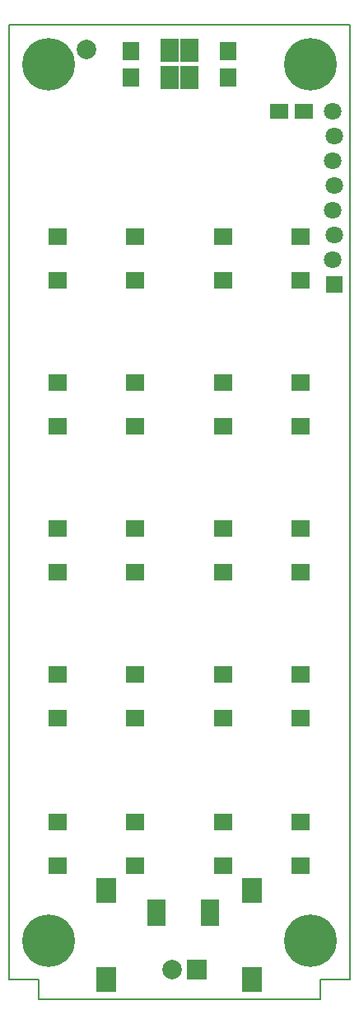
<source format=gts>
G04 #@! TF.FileFunction,Soldermask,Top*
%FSLAX46Y46*%
G04 Gerber Fmt 4.6, Leading zero omitted, Abs format (unit mm)*
G04 Created by KiCad (PCBNEW 4.0.2-stable) date 15.03.2017 10:40:45*
%MOMM*%
G01*
G04 APERTURE LIST*
%ADD10C,0.100000*%
%ADD11C,0.150000*%
%ADD12C,1.797000*%
%ADD13R,1.797000X1.797000*%
%ADD14R,2.000000X2.580000*%
%ADD15R,1.900000X2.400000*%
%ADD16R,1.700000X1.900000*%
%ADD17C,2.000000*%
%ADD18R,2.000000X2.000000*%
%ADD19C,5.400000*%
%ADD20R,1.950000X1.700000*%
%ADD21R,1.900000X2.800000*%
%ADD22R,1.900000X1.650000*%
G04 APERTURE END LIST*
D10*
D11*
X166000000Y-128000000D02*
X166000000Y-30000000D01*
X131000000Y-30000000D02*
X131000000Y-128000000D01*
X131000000Y-30000000D02*
X166000000Y-30000000D01*
X134000000Y-128000000D02*
X131000000Y-128000000D01*
X166000000Y-128000000D02*
X163000000Y-128000000D01*
X134000000Y-130000000D02*
X134000000Y-128000000D01*
X163000000Y-130000000D02*
X134000000Y-130000000D01*
X163000000Y-128000000D02*
X163000000Y-130000000D01*
D12*
X164277040Y-49022000D03*
X164398960Y-46482000D03*
X164398960Y-51562000D03*
X164277040Y-43942000D03*
X164277040Y-54102000D03*
X164398960Y-41402000D03*
D13*
X164398960Y-56642000D03*
D12*
X164277040Y-38862000D03*
D14*
X155958320Y-118841570D03*
X155953680Y-128046430D03*
X140972320Y-118841570D03*
X140967680Y-128046430D03*
D15*
X147500000Y-32600000D03*
X147500000Y-35400000D03*
X149500000Y-32600000D03*
X149500000Y-35400000D03*
D16*
X153500000Y-32650000D03*
X153500000Y-35350000D03*
X143500000Y-32650000D03*
X143500000Y-35350000D03*
D17*
X138938000Y-32512000D03*
D18*
X150270000Y-127000000D03*
D17*
X147730000Y-127000000D03*
D19*
X162000000Y-34000000D03*
X135000000Y-34000000D03*
X162000000Y-124000000D03*
X135000000Y-124000000D03*
D20*
X152992000Y-56225000D03*
X152992000Y-51725000D03*
X160952000Y-51725000D03*
X160952000Y-56225000D03*
X143934000Y-51725000D03*
X143934000Y-56225000D03*
X135974000Y-56225000D03*
X135974000Y-51725000D03*
X152992000Y-71211000D03*
X152992000Y-66711000D03*
X160952000Y-66711000D03*
X160952000Y-71211000D03*
X143934000Y-66711000D03*
X143934000Y-71211000D03*
X135974000Y-71211000D03*
X135974000Y-66711000D03*
X152992000Y-86197000D03*
X152992000Y-81697000D03*
X160952000Y-81697000D03*
X160952000Y-86197000D03*
X143934000Y-81697000D03*
X143934000Y-86197000D03*
X135974000Y-86197000D03*
X135974000Y-81697000D03*
X152992000Y-101183000D03*
X152992000Y-96683000D03*
X160952000Y-96683000D03*
X160952000Y-101183000D03*
X143934000Y-96683000D03*
X143934000Y-101183000D03*
X135974000Y-101183000D03*
X135974000Y-96683000D03*
X152992000Y-116296000D03*
X152992000Y-111796000D03*
X160952000Y-111796000D03*
X160952000Y-116296000D03*
X143934000Y-111796000D03*
X143934000Y-116296000D03*
X135974000Y-116296000D03*
X135974000Y-111796000D03*
D21*
X146094000Y-121158000D03*
X151594000Y-121158000D03*
D22*
X161270000Y-38862000D03*
X158770000Y-38862000D03*
M02*

</source>
